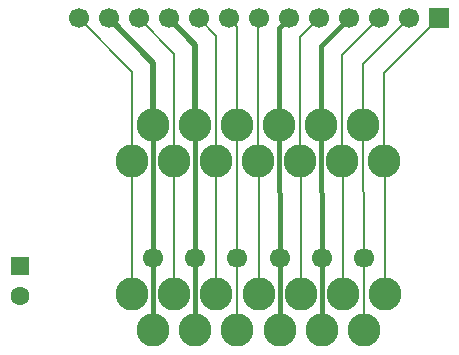
<source format=gbr>
G04 DipTrace 3.3.1.3*
G04 Top.gbr*
%MOMM*%
G04 #@! TF.FileFunction,Copper,L1,Top*
G04 #@! TF.Part,Single*
G04 #@! TA.AperFunction,Conductor*
%ADD13C,0.4*%
%ADD14C,0.5*%
%ADD15C,0.2*%
G04 #@! TA.AperFunction,ComponentPad*
%ADD17R,1.6X1.6*%
%ADD18C,1.6*%
%ADD19C,2.8*%
%ADD20R,1.7X1.7*%
%ADD21C,1.7*%
%FSLAX35Y35*%
G04*
G71*
G90*
G75*
G01*
G04 Top*
%LPD*%
X3634087Y2924757D2*
D13*
X3638327Y1800600D1*
X3990087Y2924757D2*
X3994327Y1800600D1*
X3634087Y2924757D2*
Y3745237D1*
X3714600Y3825750D1*
X3990087Y2924757D2*
Y3593237D1*
X4222600Y3825750D1*
X3638327Y1800600D2*
Y1187397D1*
X3638600Y1187123D1*
X3994327Y1800600D2*
Y1187397D1*
X3994600Y1187123D1*
X2566087Y2924757D2*
X2570327Y1800600D1*
X2566087Y2924757D2*
D14*
Y3450263D1*
X2190600Y3825750D1*
X2570327Y1800600D2*
D13*
Y1187397D1*
X2570600Y1187123D1*
X2922087Y2924757D2*
X2926327Y1800600D1*
X2922087Y2924757D2*
D14*
Y3602263D1*
X2698600Y3825750D1*
X2926327Y1800600D2*
D13*
Y1187397D1*
X2926600Y1187123D1*
X2744087Y2619757D2*
D15*
Y3526263D1*
X2444600Y3825750D1*
X2748600Y1492127D2*
Y2615243D1*
X2744087Y2619757D1*
X4524087D2*
Y3365237D1*
X4984600Y3825750D1*
X4528600Y1492127D2*
Y2615243D1*
X4524087Y2619757D1*
X4346087Y2924757D2*
X4350327Y1800600D1*
X4346087Y2924757D2*
Y3441237D1*
X4730600Y3825750D1*
X4350327Y1800600D2*
Y1187397D1*
X4350600Y1187123D1*
X3456087Y2619757D2*
Y3821237D1*
X3460600Y3825750D1*
Y1492127D2*
Y2615243D1*
X3456087Y2619757D1*
X4168087D2*
Y3517237D1*
X4476600Y3825750D1*
X4172600Y1492127D2*
Y2615243D1*
X4168087Y2619757D1*
X3812087D2*
Y3669237D1*
X3968600Y3825750D1*
X3816600Y1492127D2*
Y2615243D1*
X3812087Y2619757D1*
X2388087D2*
Y3374263D1*
X1936600Y3825750D1*
X2392600Y1492127D2*
Y2615243D1*
X2388087Y2619757D1*
X3278087Y2924757D2*
X3282327Y1800600D1*
X3278087Y2924757D2*
Y3754263D1*
X3206600Y3825750D1*
X3282327Y1800600D2*
Y1187397D1*
X3282600Y1187123D1*
X3100087Y2619757D2*
Y3678263D1*
X2952600Y3825750D1*
X3104600Y1492127D2*
Y2615243D1*
X3100087Y2619757D1*
D17*
X1444473Y1730250D3*
D18*
Y1476250D3*
D19*
X4524087Y2619757D3*
X4346087Y2924757D3*
X4168087Y2619757D3*
X3990087Y2924757D3*
X3812087Y2619757D3*
X3634087Y2924757D3*
X3456087Y2619757D3*
X3278087Y2924757D3*
X3100087Y2619757D3*
X2922087Y2924757D3*
X2744087Y2619757D3*
X2566087Y2924757D3*
X2388087Y2619757D3*
D20*
X4984600Y3825750D3*
D21*
X4730600D3*
X4476600D3*
X4222600D3*
X3968600D3*
X3714600D3*
X3460600D3*
X3206600D3*
X2952600D3*
X2698600D3*
X2444600D3*
X2190600D3*
X1936600D3*
X2570327Y1800600D3*
X2926327D3*
X3282327D3*
X3638327D3*
X3994327D3*
X4350327D3*
D19*
X4528600Y1492123D3*
X4350600Y1187123D3*
X4172600Y1492123D3*
X3994600Y1187123D3*
X3816600Y1492123D3*
X3638600Y1187123D3*
X3460600Y1492123D3*
X3282600Y1187123D3*
X3104600Y1492123D3*
X2926600Y1187123D3*
X2748600Y1492123D3*
X2570600Y1187123D3*
X2392600Y1492123D3*
M02*

</source>
